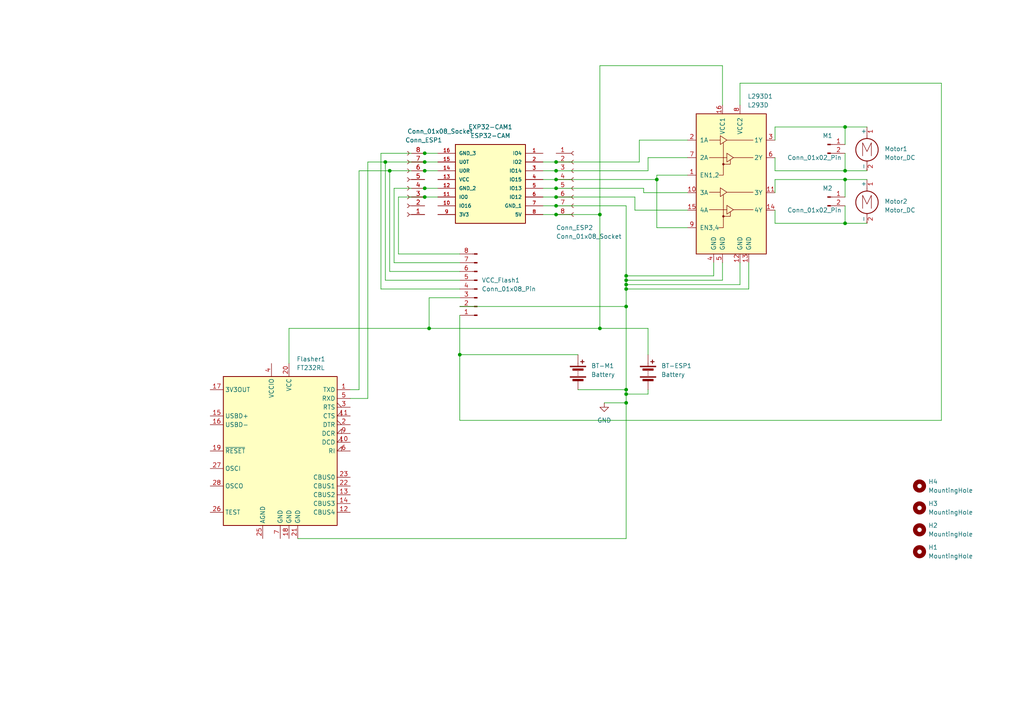
<source format=kicad_sch>
(kicad_sch (version 20230121) (generator eeschema)
  (paper "A4")
  (lib_symbols
    (symbol "Connector:Conn_01x02_Pin" (pin_names (offset 1.016) hide)
      (property "Reference" "J" (at 0 2.54 0))
      (property "Value" "Conn_01x02_Pin" (at 0 -5.08 0))
      (symbol "Conn_01x02_Pin_1_1"
        (polyline (pts (xy 1.27 -2.54) (xy 0.8636 -2.54)) (stroke (width 0.1524)))
        (polyline (pts (xy 1.27 0) (xy 0.8636 0)) (stroke (width 0.1524)))
        (rectangle (start 0.8636 -2.413) (end 0 -2.667) (stroke (width 0.1524)) (fill (type outline)))
        (rectangle (start 0.8636 0.127) (end 0 -0.127) (stroke (width 0.1524)) (fill (type outline)))
        (pin passive line (at 5.08 0 180) (length 3.81) (name "Pin_1") (number "1"))
        (pin passive line (at 5.08 -2.54 180) (length 3.81) (name "Pin_2") (number "2"))
      )
    )
    (symbol "Connector:Conn_01x08_Pin" (pin_names (offset 1.016) hide)
      (property "Reference" "J" (at 0 10.16 0))
      (property "Value" "Conn_01x08_Pin" (at 0 -12.7 0))
      (symbol "Conn_01x08_Pin_1_1"
        (polyline (pts (xy 1.27 -10.16) (xy 0.8636 -10.16)) (stroke (width 0.1524)))
        (polyline (pts (xy 1.27 -7.62) (xy 0.8636 -7.62)) (stroke (width 0.1524)))
        (polyline (pts (xy 1.27 -5.08) (xy 0.8636 -5.08)) (stroke (width 0.1524)))
        (polyline (pts (xy 1.27 -2.54) (xy 0.8636 -2.54)) (stroke (width 0.1524)))
        (polyline (pts (xy 1.27 0) (xy 0.8636 0)) (stroke (width 0.1524)))
        (polyline (pts (xy 1.27 2.54) (xy 0.8636 2.54)) (stroke (width 0.1524)))
        (polyline (pts (xy 1.27 5.08) (xy 0.8636 5.08)) (stroke (width 0.1524)))
        (polyline (pts (xy 1.27 7.62) (xy 0.8636 7.62)) (stroke (width 0.1524)))
        (rectangle (start 0.8636 -10.033) (end 0 -10.287) (stroke (width 0.1524)) (fill (type outline)))
        (rectangle (start 0.8636 -7.493) (end 0 -7.747) (stroke (width 0.1524)) (fill (type outline)))
        (rectangle (start 0.8636 -4.953) (end 0 -5.207) (stroke (width 0.1524)) (fill (type outline)))
        (rectangle (start 0.8636 -2.413) (end 0 -2.667) (stroke (width 0.1524)) (fill (type outline)))
        (rectangle (start 0.8636 0.127) (end 0 -0.127) (stroke (width 0.1524)) (fill (type outline)))
        (rectangle (start 0.8636 2.667) (end 0 2.413) (stroke (width 0.1524)) (fill (type outline)))
        (rectangle (start 0.8636 5.207) (end 0 4.953) (stroke (width 0.1524)) (fill (type outline)))
        (rectangle (start 0.8636 7.747) (end 0 7.493) (stroke (width 0.1524)) (fill (type outline)))
        (pin passive line (at 5.08 7.62 180) (length 3.81) (name "Pin_1") (number "1"))
        (pin passive line (at 5.08 5.08 180) (length 3.81) (name "Pin_2") (number "2"))
        (pin passive line (at 5.08 2.54 180) (length 3.81) (name "Pin_3") (number "3"))
        (pin passive line (at 5.08 0 180) (length 3.81) (name "Pin_4") (number "4"))
        (pin passive line (at 5.08 -2.54 180) (length 3.81) (name "Pin_5") (number "5"))
        (pin passive line (at 5.08 -5.08 180) (length 3.81) (name "Pin_6") (number "6"))
        (pin passive line (at 5.08 -7.62 180) (length 3.81) (name "Pin_7") (number "7"))
        (pin passive line (at 5.08 -10.16 180) (length 3.81) (name "Pin_8") (number "8"))
      )
    )
    (symbol "Connector:Conn_01x08_Socket" (pin_names (offset 1.016) hide)
      (property "Reference" "J" (at 0 10.16 0))
      (property "Value" "Conn_01x08_Socket" (at 0 -12.7 0))
      (symbol "Conn_01x08_Socket_1_1"
        (arc (start 0 -9.652) (mid -0.5058 -10.16) (end 0 -10.668) (stroke (width 0.1524)))
        (arc (start 0 -7.112) (mid -0.5058 -7.62) (end 0 -8.128) (stroke (width 0.1524)))
        (arc (start 0 -4.572) (mid -0.5058 -5.08) (end 0 -5.588) (stroke (width 0.1524)))
        (arc (start 0 -2.032) (mid -0.5058 -2.54) (end 0 -3.048) (stroke (width 0.1524)))
        (polyline (pts (xy -1.27 -10.16) (xy -0.508 -10.16)) (stroke (width 0.1524)))
        (polyline (pts (xy -1.27 -7.62) (xy -0.508 -7.62)) (stroke (width 0.1524)))
        (polyline (pts (xy -1.27 -5.08) (xy -0.508 -5.08)) (stroke (width 0.1524)))
        (polyline (pts (xy -1.27 -2.54) (xy -0.508 -2.54)) (stroke (width 0.1524)))
        (polyline (pts (xy -1.27 0) (xy -0.508 0)) (stroke (width 0.1524)))
        (polyline (pts (xy -1.27 2.54) (xy -0.508 2.54)) (stroke (width 0.1524)))
        (polyline (pts (xy -1.27 5.08) (xy -0.508 5.08)) (stroke (width 0.1524)))
        (polyline (pts (xy -1.27 7.62) (xy -0.508 7.62)) (stroke (width 0.1524)))
        (arc (start 0 0.508) (mid -0.5058 0) (end 0 -0.508) (stroke (width 0.1524)))
        (arc (start 0 3.048) (mid -0.5058 2.54) (end 0 2.032) (stroke (width 0.1524)))
        (arc (start 0 5.588) (mid -0.5058 5.08) (end 0 4.572) (stroke (width 0.1524)))
        (arc (start 0 8.128) (mid -0.5058 7.62) (end 0 7.112) (stroke (width 0.1524)))
        (pin passive line (at -5.08 7.62 0) (length 3.81) (name "Pin_1") (number "1"))
        (pin passive line (at -5.08 5.08 0) (length 3.81) (name "Pin_2") (number "2"))
        (pin passive line (at -5.08 2.54 0) (length 3.81) (name "Pin_3") (number "3"))
        (pin passive line (at -5.08 0 0) (length 3.81) (name "Pin_4") (number "4"))
        (pin passive line (at -5.08 -2.54 0) (length 3.81) (name "Pin_5") (number "5"))
        (pin passive line (at -5.08 -5.08 0) (length 3.81) (name "Pin_6") (number "6"))
        (pin passive line (at -5.08 -7.62 0) (length 3.81) (name "Pin_7") (number "7"))
        (pin passive line (at -5.08 -10.16 0) (length 3.81) (name "Pin_8") (number "8"))
      )
    )
    (symbol "Device:Battery" (pin_numbers hide) (pin_names (offset 0) hide)
      (property "Reference" "BT" (at 2.54 2.54 0))
      (property "Value" "Battery" (at 2.54 0 0))
      (symbol "Battery_0_1"
        (rectangle (start -2.286 -1.27) (end 2.286 -1.524) (fill (type outline)))
        (rectangle (start -2.286 1.778) (end 2.286 1.524) (fill (type outline)))
        (rectangle (start -1.524 -2.032) (end 1.524 -2.54) (fill (type outline)))
        (rectangle (start -1.524 1.016) (end 1.524 0.508) (fill (type outline)))
        (polyline (pts (xy 0 -1.016) (xy 0 -0.762)))
        (polyline (pts (xy 0 -0.508) (xy 0 -0.254)))
        (polyline (pts (xy 0 0) (xy 0 0.254)))
        (polyline (pts (xy 0 1.778) (xy 0 2.54)))
        (polyline (pts (xy 0.762 3.048) (xy 1.778 3.048)) (stroke (width 0.254)))
        (polyline (pts (xy 1.27 3.556) (xy 1.27 2.54)) (stroke (width 0.254)))
      )
      (symbol "Battery_1_1"
        (pin passive line (at 0 5.08 270) (length 2.54) (name "+") (number "1"))
        (pin passive line (at 0 -5.08 90) (length 2.54) (name "-") (number "2"))
      )
    )
    (symbol "Driver_Motor:L293D" (pin_names (offset 1.016))
      (property "Reference" "U" (at -5.08 26.035 0))
      (property "Value" "L293D" (at -5.08 24.13 0))
      (symbol "L293D_0_1"
        (rectangle (start -10.16 22.86) (end 10.16 -17.78) (stroke (width 0.254)) (fill (type background)))
        (circle (center -2.286 -6.858) (radius 0.254) (fill (type outline)))
        (circle (center -2.286 8.255) (radius 0.254) (fill (type outline)))
        (polyline (pts (xy -6.35 -4.953) (xy -1.27 -4.953)))
        (polyline (pts (xy -6.35 0.127) (xy -3.175 0.127)))
        (polyline (pts (xy -6.35 10.16) (xy -1.27 10.16)))
        (polyline (pts (xy -6.35 15.24) (xy -3.175 15.24)))
        (polyline (pts (xy -1.27 0.127) (xy 6.35 0.127)))
        (polyline (pts (xy -1.27 15.24) (xy 6.35 15.24)))
        (polyline (pts (xy 0.635 -4.953) (xy 6.35 -4.953)))
        (polyline (pts (xy 0.635 10.16) (xy 6.35 10.16)))
        (polyline (pts (xy -2.286 -6.858) (xy -0.254 -6.858) (xy -0.254 -5.588)))
        (polyline (pts (xy -2.286 -0.635) (xy -2.286 -10.16) (xy -3.556 -10.16)))
        (polyline (pts (xy -2.286 8.255) (xy -0.254 8.255) (xy -0.254 9.525)))
        (polyline (pts (xy -2.286 14.478) (xy -2.286 5.08) (xy -3.556 5.08)))
        (polyline (pts (xy -3.175 1.397) (xy -3.175 -1.143) (xy -1.27 0.127) (xy -3.175 1.397)))
        (polyline (pts (xy -3.175 16.51) (xy -3.175 13.97) (xy -1.27 15.24) (xy -3.175 16.51)))
        (polyline (pts (xy -1.27 -3.683) (xy -1.27 -6.223) (xy 0.635 -4.953) (xy -1.27 -3.683)))
        (polyline (pts (xy -1.27 11.43) (xy -1.27 8.89) (xy 0.635 10.16) (xy -1.27 11.43)))
      )
      (symbol "L293D_1_1"
        (pin input line (at -12.7 5.08 0) (length 2.54) (name "EN1,2") (number "1"))
        (pin input line (at -12.7 0 0) (length 2.54) (name "3A") (number "10"))
        (pin output line (at 12.7 0 180) (length 2.54) (name "3Y") (number "11"))
        (pin power_in line (at 2.54 -20.32 90) (length 2.54) (name "GND") (number "12"))
        (pin power_in line (at 5.08 -20.32 90) (length 2.54) (name "GND") (number "13"))
        (pin output line (at 12.7 -5.08 180) (length 2.54) (name "4Y") (number "14"))
        (pin input line (at -12.7 -5.08 0) (length 2.54) (name "4A") (number "15"))
        (pin power_in line (at -2.54 25.4 270) (length 2.54) (name "VCC1") (number "16"))
        (pin input line (at -12.7 15.24 0) (length 2.54) (name "1A") (number "2"))
        (pin output line (at 12.7 15.24 180) (length 2.54) (name "1Y") (number "3"))
        (pin power_in line (at -5.08 -20.32 90) (length 2.54) (name "GND") (number "4"))
        (pin power_in line (at -2.54 -20.32 90) (length 2.54) (name "GND") (number "5"))
        (pin output line (at 12.7 10.16 180) (length 2.54) (name "2Y") (number "6"))
        (pin input line (at -12.7 10.16 0) (length 2.54) (name "2A") (number "7"))
        (pin power_in line (at 2.54 25.4 270) (length 2.54) (name "VCC2") (number "8"))
        (pin input line (at -12.7 -10.16 0) (length 2.54) (name "EN3,4") (number "9"))
      )
    )
    (symbol "Interface_USB:FT232RL"
      (property "Reference" "U" (at -16.51 22.86 0))
      (property "Value" "FT232RL" (at 10.16 22.86 0))
      (symbol "FT232RL_0_1"
        (rectangle (start -16.51 21.59) (end 16.51 -21.59) (stroke (width 0.254)) (fill (type background)))
      )
      (symbol "FT232RL_1_1"
        (pin output line (at 20.32 17.78 180) (length 3.81) (name "TXD") (number "1"))
        (pin input input_low (at 20.32 2.54 180) (length 3.81) (name "DCD") (number "10"))
        (pin input input_low (at 20.32 10.16 180) (length 3.81) (name "CTS") (number "11"))
        (pin bidirectional line (at 20.32 -17.78 180) (length 3.81) (name "CBUS4") (number "12"))
        (pin bidirectional line (at 20.32 -12.7 180) (length 3.81) (name "CBUS2") (number "13"))
        (pin bidirectional line (at 20.32 -15.24 180) (length 3.81) (name "CBUS3") (number "14"))
        (pin bidirectional line (at -20.32 10.16 0) (length 3.81) (name "USBD+") (number "15"))
        (pin bidirectional line (at -20.32 7.62 0) (length 3.81) (name "USBD-") (number "16"))
        (pin power_out line (at -20.32 17.78 0) (length 3.81) (name "3V3OUT") (number "17"))
        (pin power_in line (at 2.54 -25.4 90) (length 3.81) (name "GND") (number "18"))
        (pin input line (at -20.32 0 0) (length 3.81) (name "~{RESET}") (number "19"))
        (pin output output_low (at 20.32 7.62 180) (length 3.81) (name "DTR") (number "2"))
        (pin power_in line (at 2.54 25.4 270) (length 3.81) (name "VCC") (number "20"))
        (pin power_in line (at 5.08 -25.4 90) (length 3.81) (name "GND") (number "21"))
        (pin bidirectional line (at 20.32 -10.16 180) (length 3.81) (name "CBUS1") (number "22"))
        (pin bidirectional line (at 20.32 -7.62 180) (length 3.81) (name "CBUS0") (number "23"))
        (pin power_in line (at -5.08 -25.4 90) (length 3.81) (name "AGND") (number "25"))
        (pin input line (at -20.32 -17.78 0) (length 3.81) (name "TEST") (number "26"))
        (pin input line (at -20.32 -5.08 0) (length 3.81) (name "OSCI") (number "27"))
        (pin output line (at -20.32 -10.16 0) (length 3.81) (name "OSCO") (number "28"))
        (pin output output_low (at 20.32 12.7 180) (length 3.81) (name "RTS") (number "3"))
        (pin power_in line (at -2.54 25.4 270) (length 3.81) (name "VCCIO") (number "4"))
        (pin input line (at 20.32 15.24 180) (length 3.81) (name "RXD") (number "5"))
        (pin input input_low (at 20.32 0 180) (length 3.81) (name "RI") (number "6"))
        (pin power_in line (at 0 -25.4 90) (length 3.81) (name "GND") (number "7"))
        (pin input input_low (at 20.32 5.08 180) (length 3.81) (name "DCR") (number "9"))
      )
    )
    (symbol "Mechanical:MountingHole" (pin_names (offset 1.016))
      (property "Reference" "H" (at 0 5.08 0))
      (property "Value" "MountingHole" (at 0 3.175 0))
      (symbol "MountingHole_0_1"
        (circle (center 0 0) (radius 1.27) (stroke (width 1.27)))
      )
    )
    (symbol "Motor:Motor_DC" (pin_names (offset 0))
      (property "Reference" "M" (at 2.54 2.54 0))
      (property "Value" "Motor_DC" (at 2.54 -5.08 0))
      (symbol "Motor_DC_0_0"
        (polyline (pts (xy -1.27 -3.302) (xy -1.27 0.508) (xy 0 -2.032) (xy 1.27 0.508) (xy 1.27 -3.302)))
      )
      (symbol "Motor_DC_0_1"
        (circle (center 0 -1.524) (radius 3.2512) (stroke (width 0.254)))
        (polyline (pts (xy 0 -7.62) (xy 0 -7.112)))
        (polyline (pts (xy 0 -4.7752) (xy 0 -5.1816)))
        (polyline (pts (xy 0 1.7272) (xy 0 2.0828)))
        (polyline (pts (xy 0 2.032) (xy 0 2.54)))
      )
      (symbol "Motor_DC_1_1"
        (pin passive line (at 0 5.08 270) (length 2.54) (name "+") (number "1"))
        (pin passive line (at 0 -7.62 90) (length 2.54) (name "-") (number "2"))
      )
    )
    (symbol "esp32-cam:ESP32-CAM" (pin_names (offset 1.016))
      (property "Reference" "U" (at 26.67 7.62 0))
      (property "Value" "ESP32-CAM" (at 26.67 5.08 0))
      (symbol "ESP32-CAM_0_0"
        (rectangle (start 5.08 -20.32) (end 25.4 2.54) (stroke (width 0.254)) (fill (type background)))
        (pin bidirectional line (at 0 -17.78 0) (length 5.08) (name "IO4") (number "1"))
        (pin bidirectional line (at 30.48 -2.54 180) (length 5.08) (name "IO16") (number "10"))
        (pin bidirectional line (at 30.48 -5.08 180) (length 5.08) (name "IO0") (number "11"))
        (pin bidirectional line (at 30.48 -7.62 180) (length 5.08) (name "GND_2") (number "12"))
        (pin bidirectional line (at 30.48 -10.16 180) (length 5.08) (name "VCC") (number "13"))
        (pin bidirectional line (at 30.48 -12.7 180) (length 5.08) (name "U0R") (number "14"))
        (pin bidirectional line (at 30.48 -15.24 180) (length 5.08) (name "U0T") (number "15"))
        (pin bidirectional line (at 30.48 -17.78 180) (length 5.08) (name "GND_3") (number "16"))
        (pin bidirectional line (at 0 -15.24 0) (length 5.08) (name "IO2") (number "2"))
        (pin bidirectional line (at 0 -12.7 0) (length 5.08) (name "IO14") (number "3"))
        (pin bidirectional line (at 0 -10.16 0) (length 5.08) (name "IO15") (number "4"))
        (pin bidirectional line (at 0 -7.62 0) (length 5.08) (name "IO13") (number "5"))
        (pin bidirectional line (at 0 -5.08 0) (length 5.08) (name "IO12") (number "6"))
        (pin bidirectional line (at 0 -2.54 0) (length 5.08) (name "GND_1") (number "7"))
        (pin bidirectional line (at 0 0 0) (length 5.08) (name "5V") (number "8"))
        (pin bidirectional line (at 30.48 0 180) (length 5.08) (name "3V3") (number "9"))
      )
    )
    (symbol "power:GND" (power) (pin_names (offset 0))
      (property "Value" "GND" (at 0 -3.81 0))
      (symbol "GND_0_1"
        (polyline (pts (xy 0 0) (xy 0 -1.27) (xy 1.27 -1.27) (xy 0 -2.54) (xy -1.27 -1.27) (xy 0 -1.27)))
      )
      (symbol "GND_1_1"
        (pin power_in line (at 0 0 270) (length 0) hide (name "GND") (number "1"))
      )
    )
  )
  (junction (at 161.29 62.23))
  (junction (at 133.35 102.87))
  (junction (at 161.29 52.07))
  (junction (at 123.19 49.53))
  (junction (at 161.29 59.69))
  (junction (at 161.29 57.15))
  (junction (at 173.99 62.23))
  (junction (at 181.61 81.28))
  (junction (at 123.19 44.45))
  (junction (at 123.19 54.61))
  (junction (at 181.61 113.03))
  (junction (at 111.76 46.99))
  (junction (at 181.61 83.82))
  (junction (at 124.46 95.25))
  (junction (at 245.11 49.53))
  (junction (at 181.61 82.55))
  (junction (at 173.99 95.25))
  (junction (at 181.61 88.9))
  (junction (at 245.11 64.77))
  (junction (at 181.61 116.84))
  (junction (at 181.61 80.01))
  (junction (at 245.11 36.83))
  (junction (at 161.29 46.99))
  (junction (at 161.29 54.61))
  (junction (at 245.11 52.07))
  (junction (at 161.29 49.53))
  (junction (at 181.61 114.3))
  (junction (at 113.03 49.53))
  (junction (at 123.19 46.99))
  (junction (at 190.5 52.07))
  (junction (at 123.19 57.15))
  (wire (pts (xy 181.61 113.03) (xy 181.61 114.3)))
  (wire (pts (xy 185.42 40.64) (xy 199.39 40.64)))
  (wire (pts (xy 181.61 88.9) (xy 181.61 113.03)))
  (wire (pts (xy 161.29 54.61) (xy 186.69 54.61)))
  (wire (pts (xy 115.57 57.15) (xy 123.19 57.15)))
  (wire (pts (xy 185.42 40.64) (xy 185.42 46.99)))
  (wire (pts (xy 245.11 49.53) (xy 251.46 49.53)))
  (wire (pts (xy 161.29 62.23) (xy 173.99 62.23)))
  (wire (pts (xy 181.61 82.55) (xy 181.61 83.82)))
  (wire (pts (xy 224.79 49.53) (xy 245.11 49.53)))
  (wire (pts (xy 157.48 57.15) (xy 161.29 57.15)))
  (wire (pts (xy 157.48 54.61) (xy 161.29 54.61)))
  (wire (pts (xy 187.96 95.25) (xy 173.99 95.25)))
  (wire (pts (xy 111.76 81.28) (xy 111.76 46.99)))
  (wire (pts (xy 187.96 95.25) (xy 187.96 102.87)))
  (wire (pts (xy 224.79 52.07) (xy 245.11 52.07)))
  (wire (pts (xy 190.5 66.04) (xy 190.5 52.07)))
  (wire (pts (xy 123.19 54.61) (xy 127 54.61)))
  (wire (pts (xy 214.63 76.2) (xy 214.63 82.55)))
  (wire (pts (xy 123.19 44.45) (xy 127 44.45)))
  (wire (pts (xy 161.29 57.15) (xy 184.15 57.15)))
  (wire (pts (xy 111.76 46.99) (xy 123.19 46.99)))
  (wire (pts (xy 209.55 81.28) (xy 181.61 81.28)))
  (wire (pts (xy 133.35 86.36) (xy 124.46 86.36)))
  (wire (pts (xy 245.11 52.07) (xy 251.46 52.07)))
  (wire (pts (xy 245.11 64.77) (xy 251.46 64.77)))
  (wire (pts (xy 110.49 44.45) (xy 123.19 44.45)))
  (wire (pts (xy 190.5 50.8) (xy 199.39 50.8)))
  (wire (pts (xy 83.82 105.41) (xy 83.82 95.25)))
  (wire (pts (xy 245.11 36.83) (xy 251.46 36.83)))
  (wire (pts (xy 187.96 45.72) (xy 199.39 45.72)))
  (wire (pts (xy 133.35 88.9) (xy 181.61 88.9)))
  (wire (pts (xy 273.05 24.13) (xy 273.05 121.92)))
  (wire (pts (xy 113.03 49.53) (xy 123.19 49.53)))
  (wire (pts (xy 245.11 52.07) (xy 245.11 57.15)))
  (wire (pts (xy 209.55 30.48) (xy 209.55 19.05)))
  (wire (pts (xy 224.79 64.77) (xy 245.11 64.77)))
  (wire (pts (xy 181.61 80.01) (xy 181.61 81.28)))
  (wire (pts (xy 123.19 46.99) (xy 127 46.99)))
  (wire (pts (xy 161.29 59.69) (xy 181.61 59.69)))
  (wire (pts (xy 167.64 113.03) (xy 181.61 113.03)))
  (wire (pts (xy 224.79 36.83) (xy 245.11 36.83)))
  (wire (pts (xy 173.99 19.05) (xy 173.99 62.23)))
  (wire (pts (xy 161.29 52.07) (xy 190.5 52.07)))
  (wire (pts (xy 104.14 49.53) (xy 113.03 49.53)))
  (wire (pts (xy 133.35 81.28) (xy 111.76 81.28)))
  (wire (pts (xy 187.96 49.53) (xy 161.29 49.53)))
  (wire (pts (xy 161.29 46.99) (xy 185.42 46.99)))
  (wire (pts (xy 106.68 115.57) (xy 106.68 46.99)))
  (wire (pts (xy 157.48 62.23) (xy 161.29 62.23)))
  (wire (pts (xy 101.6 115.57) (xy 106.68 115.57)))
  (wire (pts (xy 186.69 54.61) (xy 186.69 55.88)))
  (wire (pts (xy 114.3 54.61) (xy 123.19 54.61)))
  (wire (pts (xy 157.48 52.07) (xy 161.29 52.07)))
  (wire (pts (xy 133.35 102.87) (xy 133.35 121.92)))
  (wire (pts (xy 217.17 76.2) (xy 217.17 83.82)))
  (wire (pts (xy 133.35 121.92) (xy 273.05 121.92)))
  (wire (pts (xy 157.48 49.53) (xy 161.29 49.53)))
  (wire (pts (xy 224.79 60.96) (xy 224.79 64.77)))
  (wire (pts (xy 115.57 73.66) (xy 115.57 57.15)))
  (wire (pts (xy 83.82 95.25) (xy 124.46 95.25)))
  (wire (pts (xy 214.63 24.13) (xy 273.05 24.13)))
  (wire (pts (xy 133.35 91.44) (xy 133.35 102.87)))
  (wire (pts (xy 207.01 76.2) (xy 207.01 80.01)))
  (wire (pts (xy 133.35 102.87) (xy 167.64 102.87)))
  (wire (pts (xy 224.79 40.64) (xy 224.79 36.83)))
  (wire (pts (xy 207.01 80.01) (xy 181.61 80.01)))
  (wire (pts (xy 209.55 76.2) (xy 209.55 81.28)))
  (wire (pts (xy 133.35 83.82) (xy 110.49 83.82)))
  (wire (pts (xy 181.61 81.28) (xy 181.61 82.55)))
  (wire (pts (xy 106.68 46.99) (xy 111.76 46.99)))
  (wire (pts (xy 184.15 57.15) (xy 184.15 60.96)))
  (wire (pts (xy 123.19 49.53) (xy 127 49.53)))
  (wire (pts (xy 181.61 83.82) (xy 181.61 88.9)))
  (wire (pts (xy 181.61 116.84) (xy 181.61 156.21)))
  (wire (pts (xy 104.14 113.03) (xy 104.14 49.53)))
  (wire (pts (xy 86.36 156.21) (xy 181.61 156.21)))
  (wire (pts (xy 133.35 73.66) (xy 115.57 73.66)))
  (wire (pts (xy 187.96 114.3) (xy 181.61 114.3)))
  (wire (pts (xy 173.99 19.05) (xy 209.55 19.05)))
  (wire (pts (xy 124.46 86.36) (xy 124.46 95.25)))
  (wire (pts (xy 123.19 57.15) (xy 127 57.15)))
  (wire (pts (xy 133.35 78.74) (xy 113.03 78.74)))
  (wire (pts (xy 245.11 36.83) (xy 245.11 41.91)))
  (wire (pts (xy 245.11 59.69) (xy 245.11 64.77)))
  (wire (pts (xy 187.96 114.3) (xy 187.96 113.03)))
  (wire (pts (xy 157.48 59.69) (xy 161.29 59.69)))
  (wire (pts (xy 101.6 113.03) (xy 104.14 113.03)))
  (wire (pts (xy 190.5 52.07) (xy 190.5 50.8)))
  (wire (pts (xy 187.96 45.72) (xy 187.96 49.53)))
  (wire (pts (xy 217.17 83.82) (xy 181.61 83.82)))
  (wire (pts (xy 224.79 55.88) (xy 224.79 52.07)))
  (wire (pts (xy 114.3 76.2) (xy 114.3 54.61)))
  (wire (pts (xy 133.35 76.2) (xy 114.3 76.2)))
  (wire (pts (xy 186.69 55.88) (xy 199.39 55.88)))
  (wire (pts (xy 124.46 95.25) (xy 173.99 95.25)))
  (wire (pts (xy 245.11 44.45) (xy 245.11 49.53)))
  (wire (pts (xy 173.99 62.23) (xy 173.99 95.25)))
  (wire (pts (xy 184.15 60.96) (xy 199.39 60.96)))
  (wire (pts (xy 181.61 59.69) (xy 181.61 80.01)))
  (wire (pts (xy 113.03 78.74) (xy 113.03 49.53)))
  (wire (pts (xy 224.79 45.72) (xy 224.79 49.53)))
  (wire (pts (xy 214.63 30.48) (xy 214.63 24.13)))
  (wire (pts (xy 199.39 66.04) (xy 190.5 66.04)))
  (wire (pts (xy 175.26 116.84) (xy 181.61 116.84)))
  (wire (pts (xy 110.49 83.82) (xy 110.49 44.45)))
  (wire (pts (xy 157.48 46.99) (xy 161.29 46.99)))
  (wire (pts (xy 181.61 114.3) (xy 181.61 116.84)))
  (wire (pts (xy 214.63 82.55) (xy 181.61 82.55)))
  (symbol (lib_id "power:GND") (at 175.26 116.84 0) (unit 1)
    (property "Reference" "#PWR01" (effects hide))
    (property "Value" "GND" (at 175.26 121.92 0))
  )
  (symbol (lib_id "Connector:Conn_01x02_Pin") (at 240.03 57.15 0) (unit 1)
    (property "Reference" "M2" (at 240.03 54.61 0))
    (property "Value" "Conn_01x02_Pin" (at 236.22 60.96 0))
    (property "Footprint" "Connector_PinHeader_2.54mm:PinHeader_1x02_P2.54mm_Vertical" (effects hide))
  )
  (symbol (lib_id "Motor:Motor_DC") (at 251.46 57.15 0) (unit 1)
    (property "Reference" "Motor2" (at 256.54 58.42 0) (effects (justify left)))
    (property "Value" "Motor_DC" (at 256.54 60.96 0) (effects (justify left)))
  )
  (symbol (lib_id "Motor:Motor_DC") (at 251.46 41.91 0) (unit 1)
    (property "Reference" "Motor1" (at 256.54 43.18 0) (effects (justify left)))
    (property "Value" "Motor_DC" (at 256.54 45.72 0) (effects (justify left)))
  )
  (symbol (lib_id "Driver_Motor:L293D") (at 212.09 55.88 0) (unit 1)
    (property "Reference" "L293D1" (at 216.8241 27.94 0) (effects (justify left)))
    (property "Value" "L293D" (at 216.8241 30.48 0) (effects (justify left)))
    (property "Footprint" "Package_DIP:DIP-16_W7.62mm" (effects hide))
    (property "Datasheet" "http://www.ti.com/lit/ds/symlink/l293.pdf" (effects hide))
  )
  (symbol (lib_id "Connector:Conn_01x08_Socket") (at 118.11 54.61 180) (unit 1)
    (property "Reference" "Conn_ESP1" (at 128.27 40.64 0) (effects (justify left)))
    (property "Value" "Conn_01x08_Socket" (at 137.16 38.1 0) (effects (justify left)))
    (property "Footprint" "Connector_PinSocket_2.54mm:PinSocket_1x08_P2.54mm_Vertical" (effects hide))
  )
  (symbol (lib_id "Device:Battery") (at 167.64 107.95 0) (unit 1)
    (property "Reference" "BT-M1" (at 171.45 106.1085 0) (effects (justify left)))
    (property "Value" "Battery" (at 171.45 108.6485 0) (effects (justify left)))
  )
  (symbol (lib_id "Interface_USB:FT232RL") (at 81.28 130.81 0) (unit 1)
    (property "Reference" "Flasher1" (at 86.0141 104.14 0) (effects (justify left)))
    (property "Value" "FT232RL" (at 86.0141 106.68 0) (effects (justify left)))
    (property "Footprint" "Package_SO:SSOP-28_5.3x10.2mm_P0.65mm" (effects hide))
    (property "Datasheet" "https://www.ftdichip.com/Support/Documents/DataSheets/ICs/DS_FT232R.pdf" (effects hide))
  )
  (symbol (lib_id "Mechanical:MountingHole") (at 266.7 160.02 0) (unit 1)
    (property "Reference" "H1" (at 269.24 158.75 0) (effects (justify left)))
    (property "Value" "MountingHole" (at 269.24 161.29 0) (effects (justify left)))
    (property "Footprint" "MountingHole:MountingHole_3.2mm_M3" (effects hide))
  )
  (symbol (lib_id "Mechanical:MountingHole") (at 266.7 147.32 0) (unit 1)
    (property "Reference" "H3" (at 269.24 146.05 0) (effects (justify left)))
    (property "Value" "MountingHole" (at 269.24 148.59 0) (effects (justify left)))
    (property "Footprint" "MountingHole:MountingHole_3.2mm_M3" (effects hide))
  )
  (symbol (lib_id "Device:Battery") (at 187.96 107.95 0) (unit 1)
    (property "Reference" "BT-ESP1" (at 191.77 106.1085 0) (effects (justify left)))
    (property "Value" "Battery" (at 191.77 108.6485 0) (effects (justify left)))
  )
  (symbol (lib_id "Connector:Conn_01x08_Pin") (at 138.43 83.82 180) (unit 1)
    (property "Reference" "VCC_Flash1" (at 139.7 81.28 0) (effects (justify right)))
    (property "Value" "Conn_01x08_Pin" (at 139.7 83.82 0) (effects (justify right)))
    (property "Footprint" "Connector_PinHeader_2.54mm:PinHeader_1x08_P2.54mm_Vertical" (effects hide))
  )
  (symbol (lib_id "Mechanical:MountingHole") (at 266.7 153.67 0) (unit 1)
    (property "Reference" "H2" (at 269.24 152.4 0) (effects (justify left)))
    (property "Value" "MountingHole" (at 269.24 154.94 0) (effects (justify left)))
    (property "Footprint" "MountingHole:MountingHole_3.2mm_M3" (effects hide))
  )
  (symbol (lib_id "esp32-cam:ESP32-CAM") (at 157.48 62.23 180) (unit 1)
    (property "Reference" "EXP32-CAM1" (at 142.24 36.83 0))
    (property "Value" "ESP32-CAM" (at 142.24 39.37 0))
    (property "Footprint" "ESP32-CAM:ESP32-CAM" (effects hide))
    (property "MANUFACTURER_NAME" "Ai-Thinker" (effects hide))
    (property "DESCRIPTION" "Modules PCBA Module RoHS" (effects hide))
    (property "HEIGHT" "5mm" (effects hide))
    (property "MANUFACTURER_PART_NUMBER" "ESP32-CAM" (effects hide))
  )
  (symbol (lib_id "Mechanical:MountingHole") (at 266.7 140.97 0) (unit 1)
    (property "Reference" "H4" (at 269.24 139.7 0) (effects (justify left)))
    (property "Value" "MountingHole" (at 269.24 142.24 0) (effects (justify left)))
    (property "Footprint" "MountingHole:MountingHole_3.2mm_M3" (effects hide))
  )
  (symbol (lib_id "Connector:Conn_01x02_Pin") (at 240.03 41.91 0) (unit 1)
    (property "Reference" "M1" (at 240.03 39.37 0))
    (property "Value" "Conn_01x02_Pin" (at 236.22 45.72 0))
    (property "Footprint" "Connector_PinHeader_2.54mm:PinHeader_1x02_P2.54mm_Vertical" (effects hide))
  )
  (symbol (lib_id "Connector:Conn_01x08_Socket") (at 166.37 52.07 0) (unit 1)
    (property "Reference" "Conn_ESP2" (at 161.29 66.04 0) (effects (justify left)))
    (property "Value" "Conn_01x08_Socket" (at 161.29 68.58 0) (effects (justify left)))
    (property "Footprint" "Connector_PinSocket_2.54mm:PinSocket_1x08_P2.54mm_Vertical" (effects hide))
  )
)
</source>
